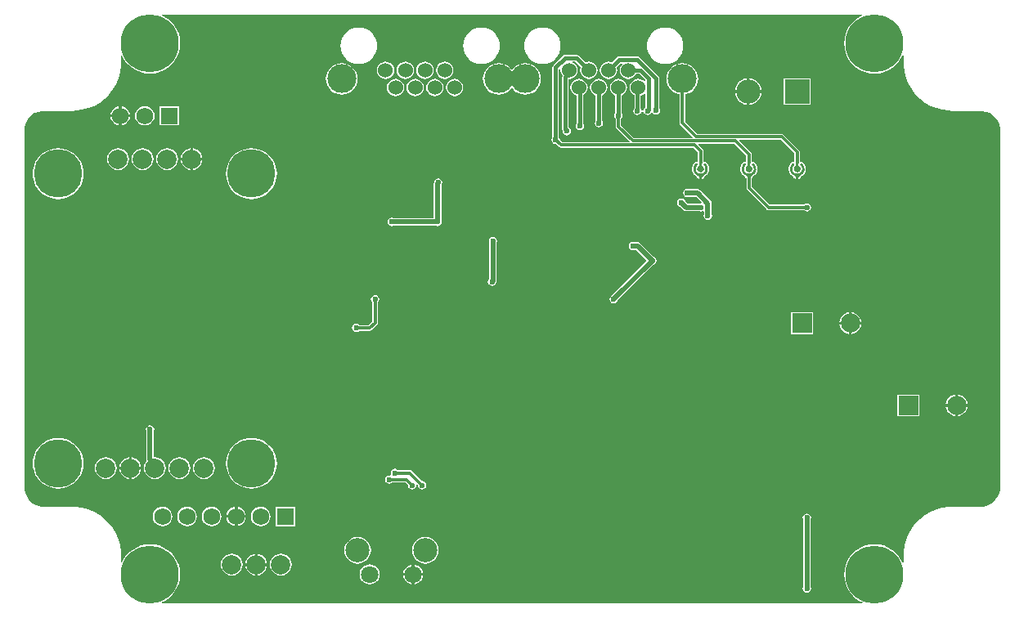
<source format=gbl>
G04*
G04 #@! TF.GenerationSoftware,Altium Limited,Altium Designer,20.0.11 (256)*
G04*
G04 Layer_Physical_Order=2*
G04 Layer_Color=16711680*
%FSLAX25Y25*%
%MOIN*%
G70*
G01*
G75*
%ADD91C,0.01181*%
%ADD92C,0.01968*%
%ADD94C,0.01575*%
%ADD95C,0.09843*%
%ADD96R,0.09843X0.09843*%
%ADD97C,0.07874*%
%ADD98C,0.19685*%
%ADD99C,0.06000*%
%ADD100C,0.11811*%
%ADD101C,0.06890*%
%ADD102R,0.06890X0.06890*%
%ADD103R,0.07874X0.07874*%
%ADD104C,0.07087*%
%ADD105C,0.23622*%
%ADD106C,0.02362*%
G04:AMPARAMS|DCode=107|XSize=11.81mil|YSize=19.68mil|CornerRadius=2.95mil|HoleSize=0mil|Usage=FLASHONLY|Rotation=270.000|XOffset=0mil|YOffset=0mil|HoleType=Round|Shape=RoundedRectangle|*
%AMROUNDEDRECTD107*
21,1,0.01181,0.01378,0,0,270.0*
21,1,0.00591,0.01968,0,0,270.0*
1,1,0.00591,-0.00689,-0.00295*
1,1,0.00591,-0.00689,0.00295*
1,1,0.00591,0.00689,0.00295*
1,1,0.00591,0.00689,-0.00295*
%
%ADD107ROUNDEDRECTD107*%
%ADD108C,0.00787*%
G36*
X341518Y239626D02*
X340850Y239350D01*
X339198Y238337D01*
X337725Y237079D01*
X336466Y235605D01*
X335454Y233953D01*
X334712Y232162D01*
X334260Y230278D01*
X334108Y228346D01*
X334260Y226415D01*
X334712Y224530D01*
X335454Y222740D01*
X336466Y221088D01*
X337725Y219614D01*
X339198Y218356D01*
X340850Y217343D01*
X342641Y216602D01*
X344525Y216149D01*
X346457Y215997D01*
X348389Y216149D01*
X350273Y216602D01*
X352063Y217343D01*
X353715Y218356D01*
X355189Y219614D01*
X356447Y221088D01*
X357460Y222740D01*
X357768Y223483D01*
X358268Y223384D01*
Y220472D01*
X358310Y219185D01*
X358646Y216632D01*
X359312Y214145D01*
X360298Y211766D01*
X361585Y209536D01*
X363153Y207493D01*
X364973Y205672D01*
X367016Y204105D01*
X369246Y202818D01*
X371625Y201832D01*
X374112Y201166D01*
X376665Y200830D01*
X377953Y200787D01*
X390539D01*
X392060Y200485D01*
X393494Y199891D01*
X394783Y199030D01*
X395880Y197933D01*
X396742Y196643D01*
X397335Y195210D01*
X397638Y193689D01*
Y192913D01*
X397638D01*
X397638Y47244D01*
Y46469D01*
X397335Y44947D01*
X396742Y43514D01*
X395880Y42225D01*
X394783Y41128D01*
X393494Y40266D01*
X392060Y39673D01*
X390539Y39370D01*
X377953D01*
X376665Y39328D01*
X374112Y38992D01*
X371625Y38325D01*
X369246Y37340D01*
X367016Y36053D01*
X364973Y34485D01*
X363153Y32664D01*
X361585Y30621D01*
X360298Y28392D01*
X359312Y26013D01*
X358646Y23525D01*
X358310Y20973D01*
X358268Y19685D01*
Y16773D01*
X357768Y16674D01*
X357460Y17417D01*
X356447Y19070D01*
X355189Y20543D01*
X353715Y21802D01*
X352063Y22814D01*
X350273Y23556D01*
X348389Y24008D01*
X346457Y24160D01*
X344525Y24008D01*
X342641Y23556D01*
X340850Y22814D01*
X339198Y21802D01*
X337725Y20543D01*
X336466Y19070D01*
X335454Y17417D01*
X334712Y15627D01*
X334260Y13743D01*
X334108Y11811D01*
X334260Y9879D01*
X334712Y7995D01*
X335454Y6205D01*
X336466Y4552D01*
X337725Y3079D01*
X339198Y1820D01*
X340850Y808D01*
X341594Y500D01*
X341494Y0D01*
X56144D01*
X56044Y500D01*
X56788Y808D01*
X58440Y1820D01*
X59913Y3079D01*
X61172Y4552D01*
X62184Y6205D01*
X62926Y7995D01*
X63378Y9879D01*
X63530Y11811D01*
X63378Y13743D01*
X62926Y15627D01*
X62184Y17417D01*
X61172Y19070D01*
X59913Y20543D01*
X58440Y21802D01*
X56788Y22814D01*
X54997Y23556D01*
X53113Y24008D01*
X51181Y24160D01*
X49249Y24008D01*
X47365Y23556D01*
X45575Y22814D01*
X43922Y21802D01*
X42449Y20543D01*
X41190Y19070D01*
X40178Y17417D01*
X39870Y16674D01*
X39370Y16773D01*
Y19685D01*
X39328Y20973D01*
X38992Y23525D01*
X38325Y26013D01*
X37340Y28392D01*
X36053Y30621D01*
X34485Y32664D01*
X32664Y34485D01*
X30621Y36053D01*
X28392Y37340D01*
X26013Y38325D01*
X23525Y38992D01*
X20973Y39328D01*
X19685Y39370D01*
X7098D01*
X5577Y39673D01*
X4144Y40266D01*
X2855Y41128D01*
X1758Y42225D01*
X896Y43514D01*
X303Y44947D01*
X0Y46469D01*
Y47244D01*
X-0D01*
X0Y192913D01*
X0Y193689D01*
X303Y195210D01*
X896Y196643D01*
X1758Y197933D01*
X2855Y199030D01*
X4144Y199891D01*
X5577Y200485D01*
X7098Y200787D01*
X19685D01*
X20973Y200830D01*
X23525Y201166D01*
X26013Y201832D01*
X28392Y202818D01*
X30621Y204105D01*
X32664Y205672D01*
X34485Y207493D01*
X36053Y209536D01*
X37340Y211766D01*
X38325Y214145D01*
X38992Y216632D01*
X39328Y219185D01*
X39370Y220472D01*
Y223384D01*
X39870Y223483D01*
X40178Y222740D01*
X41190Y221088D01*
X42449Y219614D01*
X43922Y218356D01*
X45575Y217343D01*
X47365Y216602D01*
X49249Y216149D01*
X51181Y215997D01*
X53113Y216149D01*
X54997Y216602D01*
X56788Y217343D01*
X58440Y218356D01*
X59913Y219614D01*
X61172Y221088D01*
X62184Y222740D01*
X62926Y224530D01*
X63378Y226415D01*
X63530Y228346D01*
X63378Y230278D01*
X62926Y232162D01*
X62184Y233953D01*
X61172Y235605D01*
X59913Y237079D01*
X58440Y238337D01*
X56788Y239350D01*
X56119Y239626D01*
X56219Y240126D01*
X341419D01*
X341518Y239626D01*
D02*
G37*
%LPC*%
G36*
X249820Y222931D02*
X242371D01*
X241868Y222831D01*
X241442Y222547D01*
X239449Y220553D01*
X238997Y220741D01*
X238083Y220861D01*
X237170Y220741D01*
X236318Y220388D01*
X235587Y219827D01*
X235026Y219096D01*
X234673Y218245D01*
X234553Y217331D01*
X234673Y216417D01*
X235026Y215566D01*
X235587Y214835D01*
X236318Y214274D01*
X237170Y213921D01*
X238083Y213801D01*
X238997Y213921D01*
X239848Y214274D01*
X240579Y214835D01*
X241140Y215566D01*
X241493Y216417D01*
X241613Y217331D01*
X241493Y218245D01*
X241306Y218697D01*
X242914Y220306D01*
X243464D01*
X243574Y219982D01*
X243602Y219806D01*
X243057Y219096D01*
X242705Y218245D01*
X242584Y217331D01*
X242705Y216417D01*
X243057Y215566D01*
X243618Y214835D01*
X244350Y214274D01*
X245201Y213921D01*
X246115Y213801D01*
X247028Y213921D01*
X247880Y214274D01*
X248611Y214835D01*
X249172Y215566D01*
X249359Y216018D01*
X250629D01*
X253105Y213543D01*
Y212973D01*
X252781Y212863D01*
X252605Y212836D01*
X251895Y213380D01*
X251044Y213733D01*
X250130Y213853D01*
X249217Y213733D01*
X248365Y213380D01*
X247634Y212819D01*
X247073Y212088D01*
X246721Y211237D01*
X246600Y210323D01*
X246721Y209409D01*
X247073Y208558D01*
X247634Y207827D01*
X248365Y207266D01*
X248564Y207183D01*
Y201849D01*
X248293Y201443D01*
X248163Y200787D01*
X248293Y200132D01*
X248665Y199575D01*
X249221Y199204D01*
X249877Y199073D01*
X250533Y199204D01*
X251089Y199575D01*
X251461Y200132D01*
X251591Y200787D01*
X251461Y201443D01*
X251190Y201849D01*
Y206974D01*
X251895Y207266D01*
X252605Y207810D01*
X252781Y207783D01*
X253105Y207673D01*
Y202253D01*
X252725Y201999D01*
X252354Y201443D01*
X252223Y200787D01*
X252354Y200132D01*
X252725Y199575D01*
X253281Y199204D01*
X253937Y199073D01*
X254593Y199204D01*
X255149Y199575D01*
X255419Y199980D01*
X255898Y200039D01*
X255998Y200014D01*
X256170Y199757D01*
X256726Y199385D01*
X257382Y199255D01*
X258038Y199385D01*
X258594Y199757D01*
X258965Y200313D01*
X259096Y200969D01*
X258965Y201624D01*
X258695Y202030D01*
Y214056D01*
X258595Y214559D01*
X258310Y214984D01*
X250748Y222547D01*
X250322Y222831D01*
X249820Y222931D01*
D02*
G37*
G36*
X261115Y234756D02*
X259666Y234614D01*
X258273Y234191D01*
X256989Y233505D01*
X255864Y232582D01*
X254941Y231456D01*
X254254Y230173D01*
X253832Y228780D01*
X253689Y227331D01*
X253832Y225882D01*
X254254Y224489D01*
X254941Y223206D01*
X255864Y222080D01*
X256989Y221157D01*
X258273Y220471D01*
X259666Y220048D01*
X261115Y219905D01*
X262563Y220048D01*
X263956Y220471D01*
X265240Y221157D01*
X266365Y222080D01*
X267289Y223206D01*
X267975Y224489D01*
X268397Y225882D01*
X268540Y227331D01*
X268397Y228780D01*
X267975Y230173D01*
X267289Y231456D01*
X266365Y232582D01*
X265240Y233505D01*
X263956Y234191D01*
X262563Y234614D01*
X261115Y234756D01*
D02*
G37*
G36*
X211115D02*
X209666Y234614D01*
X208273Y234191D01*
X206989Y233505D01*
X205864Y232582D01*
X204941Y231456D01*
X204254Y230173D01*
X203832Y228780D01*
X203689Y227331D01*
X203832Y225882D01*
X204254Y224489D01*
X204941Y223206D01*
X205864Y222080D01*
X206989Y221157D01*
X208273Y220471D01*
X209666Y220048D01*
X211115Y219905D01*
X212563Y220048D01*
X213956Y220471D01*
X215240Y221157D01*
X216365Y222080D01*
X217289Y223206D01*
X217975Y224489D01*
X218397Y225882D01*
X218540Y227331D01*
X218397Y228780D01*
X217975Y230173D01*
X217289Y231456D01*
X216365Y232582D01*
X215240Y233505D01*
X213956Y234191D01*
X212563Y234614D01*
X211115Y234756D01*
D02*
G37*
G36*
X186311D02*
X184863Y234614D01*
X183470Y234191D01*
X182186Y233505D01*
X181061Y232582D01*
X180137Y231456D01*
X179451Y230173D01*
X179029Y228780D01*
X178886Y227331D01*
X179029Y225882D01*
X179451Y224489D01*
X180137Y223206D01*
X181061Y222080D01*
X182186Y221157D01*
X183470Y220471D01*
X184863Y220048D01*
X186311Y219905D01*
X187760Y220048D01*
X189153Y220471D01*
X190437Y221157D01*
X191562Y222080D01*
X192486Y223206D01*
X193172Y224489D01*
X193594Y225882D01*
X193737Y227331D01*
X193594Y228780D01*
X193172Y230173D01*
X192486Y231456D01*
X191562Y232582D01*
X190437Y233505D01*
X189153Y234191D01*
X187760Y234614D01*
X186311Y234756D01*
D02*
G37*
G36*
X136311D02*
X134863Y234614D01*
X133470Y234191D01*
X132186Y233505D01*
X131061Y232582D01*
X130137Y231456D01*
X129451Y230173D01*
X129029Y228780D01*
X128886Y227331D01*
X129029Y225882D01*
X129451Y224489D01*
X130137Y223206D01*
X131061Y222080D01*
X132186Y221157D01*
X133470Y220471D01*
X134863Y220048D01*
X136311Y219905D01*
X137760Y220048D01*
X139153Y220471D01*
X140437Y221157D01*
X141562Y222080D01*
X142486Y223206D01*
X143172Y224489D01*
X143594Y225882D01*
X143737Y227331D01*
X143594Y228780D01*
X143172Y230173D01*
X142486Y231456D01*
X141562Y232582D01*
X140437Y233505D01*
X139153Y234191D01*
X137760Y234614D01*
X136311Y234756D01*
D02*
G37*
G36*
X204107Y220264D02*
X202851Y220140D01*
X201644Y219774D01*
X200531Y219179D01*
X199556Y218378D01*
X199037Y217746D01*
X198390D01*
X197871Y218378D01*
X196895Y219179D01*
X195782Y219774D01*
X194575Y220140D01*
X193319Y220264D01*
X192064Y220140D01*
X190856Y219774D01*
X189743Y219179D01*
X188768Y218378D01*
X187968Y217403D01*
X187373Y216290D01*
X187006Y215083D01*
X186883Y213827D01*
X187006Y212571D01*
X187373Y211364D01*
X187968Y210251D01*
X188768Y209276D01*
X189743Y208475D01*
X190856Y207880D01*
X192064Y207514D01*
X193319Y207391D01*
X194575Y207514D01*
X195782Y207880D01*
X196895Y208475D01*
X197871Y209276D01*
X198390Y209908D01*
X199037D01*
X199556Y209276D01*
X200531Y208475D01*
X201644Y207880D01*
X202851Y207514D01*
X204107Y207391D01*
X205363Y207514D01*
X206570Y207880D01*
X207683Y208475D01*
X208658Y209276D01*
X209458Y210251D01*
X210053Y211364D01*
X210420Y212571D01*
X210543Y213827D01*
X210420Y215083D01*
X210053Y216290D01*
X209458Y217403D01*
X208658Y218378D01*
X207683Y219179D01*
X206570Y219774D01*
X205363Y220140D01*
X204107Y220264D01*
D02*
G37*
G36*
X224942Y223754D02*
X220472D01*
X219970Y223654D01*
X219544Y223369D01*
X215607Y219432D01*
X215323Y219006D01*
X215223Y218504D01*
Y190038D01*
X214952Y189632D01*
X214821Y188976D01*
X214952Y188321D01*
X215323Y187764D01*
X215880Y187393D01*
X216535Y187262D01*
X216653Y187286D01*
X217858Y186082D01*
X217858Y186082D01*
X218218Y185841D01*
X218644Y185756D01*
X218644Y185756D01*
X272646D01*
X274479Y183923D01*
Y180285D01*
X274401Y180182D01*
X274056Y179920D01*
X273983Y179911D01*
X273915Y179939D01*
X273786D01*
X273718Y179911D01*
X273646Y179920D01*
X273521Y179887D01*
X273463Y179842D01*
X273390Y179833D01*
X273278Y179768D01*
X273233Y179710D01*
X273166Y179682D01*
X273120Y179636D01*
X273008Y179524D01*
X272996Y179496D01*
X272969Y179481D01*
X272771Y179234D01*
X272762Y179205D01*
X272737Y179188D01*
X272566Y178921D01*
X272560Y178891D01*
X272537Y178871D01*
X272395Y178588D01*
X272393Y178557D01*
X272372Y178535D01*
X272262Y178238D01*
X272263Y178207D01*
X272244Y178183D01*
X272166Y177876D01*
X272170Y177846D01*
X272155Y177819D01*
X272110Y177506D01*
X272117Y177476D01*
X272105Y177448D01*
X272093Y177132D01*
X272104Y177103D01*
X272094Y177074D01*
X272117Y176758D01*
X272130Y176731D01*
X272124Y176701D01*
X272180Y176389D01*
X272197Y176363D01*
X272194Y176333D01*
X272283Y176029D01*
X272302Y176005D01*
Y175975D01*
X272423Y175682D01*
X272445Y175660D01*
X272448Y175630D01*
X272600Y175352D01*
X272624Y175333D01*
X272630Y175303D01*
X272811Y175043D01*
X272837Y175026D01*
X272846Y174997D01*
X273054Y174758D01*
X273081Y174744D01*
X273094Y174716D01*
X273326Y174500D01*
X273354Y174490D01*
X273370Y174463D01*
X273623Y174273D01*
X273653Y174266D01*
X273672Y174241D01*
X273944Y174080D01*
X273974Y174075D01*
X273995Y174053D01*
X274091Y174009D01*
Y173917D01*
X274152Y173607D01*
X274328Y173344D01*
X274591Y173168D01*
X274902Y173107D01*
X275000D01*
Y174213D01*
X275591D01*
X275432D01*
X275117Y174246D01*
X274808Y174314D01*
X274508Y174414D01*
X274220Y174545D01*
X273948Y174707D01*
X273694Y174896D01*
X273463Y175112D01*
X273255Y175351D01*
X273075Y175611D01*
X272923Y175889D01*
X272802Y176182D01*
X272713Y176485D01*
X272657Y176797D01*
X272634Y177113D01*
X272645Y177429D01*
X272690Y177742D01*
X272769Y178049D01*
X272879Y178346D01*
X273021Y178629D01*
X273192Y178895D01*
X273391Y179141D01*
X273503Y179253D01*
X273548Y179299D01*
X273661Y179364D01*
X273786Y179397D01*
X273915D01*
X274041Y179364D01*
X274153Y179299D01*
X274244Y179207D01*
X274309Y179095D01*
X274343Y178970D01*
Y178840D01*
X274309Y178715D01*
X274244Y178603D01*
X274199Y178557D01*
X274111Y178463D01*
X273954Y178259D01*
X273825Y178036D01*
X273727Y177798D01*
X273660Y177549D01*
X273626Y177294D01*
Y177037D01*
X273660Y176781D01*
X273727Y176533D01*
X273825Y176295D01*
X273954Y176072D01*
X274111Y175867D01*
X274293Y175685D01*
X274497Y175529D01*
X274720Y175400D01*
X274958Y175301D01*
X275206Y175235D01*
X275462Y175201D01*
X275719D01*
X275975Y175235D01*
X276223Y175301D01*
X276461Y175400D01*
X276684Y175529D01*
X276888Y175685D01*
X277070Y175867D01*
X277227Y176072D01*
X277356Y176295D01*
X277455Y176533D01*
X277521Y176781D01*
X277555Y177037D01*
Y177294D01*
X277521Y177549D01*
X277455Y177798D01*
X277356Y178036D01*
X277227Y178259D01*
X277070Y178463D01*
X276982Y178557D01*
X276937Y178603D01*
X276872Y178715D01*
X276838Y178840D01*
Y178970D01*
X276872Y179095D01*
X276937Y179207D01*
X277028Y179299D01*
X277140Y179364D01*
X277266Y179397D01*
X277395D01*
X277520Y179364D01*
X277633Y179299D01*
X277678Y179253D01*
X277790Y179141D01*
X277989Y178895D01*
X278160Y178629D01*
X278302Y178346D01*
X278412Y178049D01*
X278491Y177742D01*
X278536Y177429D01*
X278547Y177113D01*
X278524Y176797D01*
X278468Y176485D01*
X278379Y176182D01*
X278258Y175889D01*
X278106Y175611D01*
X277926Y175351D01*
X277718Y175112D01*
X277487Y174896D01*
X277233Y174707D01*
X276961Y174545D01*
X276673Y174414D01*
X276373Y174314D01*
X276063Y174246D01*
X275749Y174213D01*
X276181D01*
Y173107D01*
X276279D01*
X276590Y173168D01*
X276853Y173344D01*
X277029Y173607D01*
X277090Y173917D01*
Y174009D01*
X277186Y174053D01*
X277207Y174075D01*
X277237Y174080D01*
X277509Y174241D01*
X277528Y174266D01*
X277558Y174273D01*
X277811Y174463D01*
X277827Y174490D01*
X277855Y174500D01*
X278087Y174716D01*
X278100Y174744D01*
X278128Y174758D01*
X278335Y174997D01*
X278344Y175026D01*
X278370Y175043D01*
X278551Y175303D01*
X278557Y175333D01*
X278581Y175352D01*
X278733Y175630D01*
X278736Y175660D01*
X278758Y175682D01*
X278879Y175975D01*
Y176005D01*
X278898Y176029D01*
X278988Y176333D01*
X278984Y176363D01*
X279001Y176389D01*
X279057Y176701D01*
X279051Y176731D01*
X279064Y176758D01*
X279087Y177074D01*
X279077Y177103D01*
X279088Y177132D01*
X279077Y177448D01*
X279064Y177476D01*
X279071Y177506D01*
X279026Y177819D01*
X279011Y177846D01*
X279015Y177876D01*
X278937Y178183D01*
X278918Y178207D01*
X278920Y178238D01*
X278809Y178535D01*
X278788Y178557D01*
X278786Y178588D01*
X278644Y178871D01*
X278621Y178891D01*
X278615Y178921D01*
X278444Y179188D01*
X278419Y179205D01*
X278410Y179234D01*
X278212Y179481D01*
X278185Y179496D01*
X278173Y179524D01*
X278061Y179636D01*
X278061Y179636D01*
X278015Y179682D01*
X277948Y179710D01*
X277903Y179768D01*
X277791Y179833D01*
X277718Y179842D01*
X277660Y179887D01*
X277535Y179920D01*
X277463Y179911D01*
X277395Y179939D01*
X277266D01*
X277198Y179911D01*
X277126Y179920D01*
X276780Y180182D01*
X276702Y180285D01*
Y184384D01*
X276618Y184810D01*
X276377Y185170D01*
X276377Y185170D01*
X274572Y186975D01*
X274763Y187437D01*
X289337D01*
X294164Y182610D01*
Y180285D01*
X294087Y180182D01*
X293741Y179920D01*
X293668Y179911D01*
X293601Y179939D01*
X293471D01*
X293403Y179911D01*
X293331Y179920D01*
X293206Y179887D01*
X293148Y179842D01*
X293075Y179833D01*
X292963Y179768D01*
X292918Y179710D01*
X292851Y179682D01*
X292805Y179636D01*
X292693Y179524D01*
X292681Y179496D01*
X292654Y179481D01*
X292456Y179234D01*
X292447Y179205D01*
X292422Y179188D01*
X292251Y178921D01*
X292245Y178891D01*
X292222Y178871D01*
X292080Y178588D01*
X292078Y178557D01*
X292057Y178535D01*
X291947Y178238D01*
X291948Y178207D01*
X291929Y178183D01*
X291851Y177876D01*
X291855Y177846D01*
X291840Y177819D01*
X291795Y177506D01*
X291802Y177476D01*
X291790Y177448D01*
X291778Y177132D01*
X291789Y177103D01*
X291779Y177074D01*
X291802Y176758D01*
X291816Y176731D01*
X291809Y176701D01*
X291865Y176389D01*
X291882Y176363D01*
X291879Y176333D01*
X291968Y176029D01*
X291987Y176005D01*
Y175975D01*
X292108Y175682D01*
X292130Y175660D01*
X292133Y175630D01*
X292285Y175352D01*
X292309Y175333D01*
X292315Y175303D01*
X292496Y175043D01*
X292522Y175026D01*
X292531Y174997D01*
X292739Y174758D01*
X292766Y174744D01*
X292779Y174716D01*
X293011Y174500D01*
X293039Y174490D01*
X293055Y174463D01*
X293308Y174273D01*
X293338Y174266D01*
X293357Y174241D01*
X293629Y174080D01*
X293659Y174075D01*
X293680Y174053D01*
X293776Y174009D01*
Y173917D01*
X293837Y173607D01*
X294013Y173344D01*
X294241Y173191D01*
Y169291D01*
X294241Y169291D01*
X294326Y168866D01*
X294567Y168505D01*
X302441Y160631D01*
X302441Y160631D01*
X302802Y160390D01*
X303227Y160305D01*
X303227Y160305D01*
X317619D01*
X317686Y160205D01*
X318242Y159834D01*
X318898Y159703D01*
X319554Y159834D01*
X320110Y160205D01*
X320481Y160761D01*
X320612Y161417D01*
X320481Y162073D01*
X320110Y162629D01*
X319554Y163001D01*
X318898Y163131D01*
X318242Y163001D01*
X317686Y162629D01*
X317619Y162529D01*
X303688D01*
X296465Y169752D01*
Y173295D01*
X296538Y173344D01*
X296714Y173607D01*
X296775Y173917D01*
Y174009D01*
X296871Y174053D01*
X296892Y174075D01*
X296922Y174080D01*
X297195Y174241D01*
X297213Y174266D01*
X297243Y174273D01*
X297496Y174463D01*
X297512Y174490D01*
X297541Y174500D01*
X297772Y174716D01*
X297785Y174744D01*
X297813Y174758D01*
X298020Y174997D01*
X298029Y175026D01*
X298055Y175043D01*
X298236Y175303D01*
X298242Y175333D01*
X298266Y175352D01*
X298418Y175630D01*
X298421Y175660D01*
X298443Y175682D01*
X298564Y175975D01*
Y176005D01*
X298583Y176029D01*
X298673Y176333D01*
X298669Y176363D01*
X298686Y176389D01*
X298742Y176701D01*
X298736Y176731D01*
X298749Y176758D01*
X298772Y177074D01*
X298762Y177103D01*
X298773Y177132D01*
X298762Y177448D01*
X298749Y177476D01*
X298757Y177506D01*
X298711Y177819D01*
X298696Y177846D01*
X298700Y177876D01*
X298622Y178183D01*
X298604Y178207D01*
X298605Y178238D01*
X298494Y178535D01*
X298473Y178557D01*
X298471Y178588D01*
X298329Y178871D01*
X298306Y178891D01*
X298301Y178921D01*
X298129Y179188D01*
X298104Y179205D01*
X298095Y179234D01*
X297897Y179481D01*
X297870Y179496D01*
X297858Y179524D01*
X297746Y179636D01*
X297746Y179636D01*
X297700Y179682D01*
X297633Y179710D01*
X297588Y179768D01*
X297476Y179833D01*
X297404Y179842D01*
X297346Y179887D01*
X297220Y179920D01*
X297148Y179911D01*
X297080Y179939D01*
X296951D01*
X296883Y179911D01*
X296811Y179920D01*
X296465Y180182D01*
X296388Y180285D01*
Y183071D01*
X296388Y183071D01*
X296303Y183496D01*
X296062Y183857D01*
X291263Y188656D01*
X291454Y189118D01*
X308260D01*
X313849Y183530D01*
Y180285D01*
X313772Y180182D01*
X313426Y179920D01*
X313353Y179911D01*
X313285Y179939D01*
X313156D01*
X313088Y179911D01*
X313016Y179920D01*
X312891Y179887D01*
X312833Y179842D01*
X312760Y179833D01*
X312648Y179768D01*
X312603Y179710D01*
X312536Y179682D01*
X312490Y179636D01*
X312378Y179524D01*
X312366Y179496D01*
X312339Y179481D01*
X312141Y179234D01*
X312132Y179205D01*
X312107Y179188D01*
X311936Y178921D01*
X311930Y178891D01*
X311907Y178871D01*
X311765Y178588D01*
X311763Y178557D01*
X311742Y178535D01*
X311632Y178238D01*
X311633Y178207D01*
X311614Y178183D01*
X311536Y177876D01*
X311540Y177846D01*
X311525Y177819D01*
X311480Y177506D01*
X311487Y177476D01*
X311474Y177448D01*
X311463Y177132D01*
X311474Y177103D01*
X311464Y177074D01*
X311487Y176758D01*
X311501Y176731D01*
X311494Y176701D01*
X311550Y176389D01*
X311567Y176363D01*
X311564Y176333D01*
X311653Y176029D01*
X311672Y176005D01*
Y175975D01*
X311793Y175682D01*
X311815Y175660D01*
X311818Y175630D01*
X311970Y175352D01*
X311994Y175333D01*
X312000Y175303D01*
X312181Y175043D01*
X312207Y175026D01*
X312216Y174997D01*
X312424Y174758D01*
X312451Y174744D01*
X312464Y174716D01*
X312696Y174500D01*
X312724Y174490D01*
X312740Y174463D01*
X312994Y174273D01*
X313023Y174266D01*
X313042Y174241D01*
X313314Y174080D01*
X313344Y174075D01*
X313365Y174053D01*
X313461Y174009D01*
Y173917D01*
X313523Y173607D01*
X313698Y173344D01*
X313961Y173168D01*
X314272Y173107D01*
X314370D01*
Y174213D01*
X314961D01*
X314802D01*
X314488Y174246D01*
X314178Y174314D01*
X313878Y174414D01*
X313590Y174545D01*
X313318Y174707D01*
X313064Y174896D01*
X312833Y175112D01*
X312625Y175351D01*
X312445Y175611D01*
X312293Y175889D01*
X312172Y176182D01*
X312083Y176485D01*
X312027Y176797D01*
X312004Y177113D01*
X312015Y177429D01*
X312060Y177742D01*
X312139Y178049D01*
X312249Y178346D01*
X312391Y178629D01*
X312562Y178895D01*
X312761Y179141D01*
X312873Y179253D01*
X312918Y179299D01*
X313031Y179364D01*
X313156Y179397D01*
X313285D01*
X313411Y179364D01*
X313523Y179299D01*
X313615Y179207D01*
X313679Y179095D01*
X313713Y178970D01*
Y178840D01*
X313679Y178715D01*
X313615Y178603D01*
X313569Y178557D01*
X313481Y178463D01*
X313324Y178259D01*
X313195Y178036D01*
X313097Y177798D01*
X313030Y177549D01*
X312996Y177294D01*
Y177037D01*
X313030Y176781D01*
X313097Y176533D01*
X313195Y176295D01*
X313324Y176072D01*
X313481Y175867D01*
X313663Y175685D01*
X313867Y175529D01*
X314090Y175400D01*
X314328Y175301D01*
X314577Y175235D01*
X314832Y175201D01*
X315089D01*
X315345Y175235D01*
X315593Y175301D01*
X315831Y175400D01*
X316054Y175529D01*
X316259Y175685D01*
X316441Y175867D01*
X316597Y176072D01*
X316726Y176295D01*
X316825Y176533D01*
X316891Y176781D01*
X316925Y177037D01*
Y177294D01*
X316891Y177549D01*
X316825Y177798D01*
X316726Y178036D01*
X316597Y178259D01*
X316441Y178463D01*
X316353Y178557D01*
X316307Y178603D01*
X316242Y178715D01*
X316208Y178840D01*
Y178970D01*
X316242Y179095D01*
X316307Y179207D01*
X316398Y179299D01*
X316511Y179364D01*
X316636Y179397D01*
X316765D01*
X316891Y179364D01*
X317003Y179299D01*
X317049Y179253D01*
X317161Y179141D01*
X317359Y178895D01*
X317530Y178629D01*
X317672Y178346D01*
X317782Y178049D01*
X317861Y177742D01*
X317906Y177429D01*
X317917Y177113D01*
X317895Y176797D01*
X317838Y176485D01*
X317749Y176182D01*
X317628Y175889D01*
X317476Y175611D01*
X317296Y175351D01*
X317089Y175112D01*
X316857Y174896D01*
X316603Y174707D01*
X316331Y174545D01*
X316043Y174414D01*
X315743Y174314D01*
X315434Y174246D01*
X315119Y174213D01*
X315551D01*
Y173107D01*
X315650D01*
X315960Y173168D01*
X316223Y173344D01*
X316399Y173607D01*
X316460Y173917D01*
Y174009D01*
X316556Y174053D01*
X316577Y174075D01*
X316607Y174080D01*
X316880Y174241D01*
X316898Y174266D01*
X316928Y174273D01*
X317181Y174463D01*
X317197Y174490D01*
X317226Y174500D01*
X317457Y174716D01*
X317470Y174744D01*
X317498Y174758D01*
X317705Y174997D01*
X317715Y175026D01*
X317740Y175043D01*
X317921Y175303D01*
X317927Y175333D01*
X317951Y175352D01*
X318103Y175630D01*
X318106Y175660D01*
X318128Y175682D01*
X318249Y175975D01*
Y176005D01*
X318268Y176029D01*
X318358Y176333D01*
X318354Y176363D01*
X318371Y176389D01*
X318427Y176701D01*
X318421Y176731D01*
X318434Y176758D01*
X318457Y177074D01*
X318447Y177103D01*
X318458Y177132D01*
X318447Y177448D01*
X318434Y177476D01*
X318442Y177506D01*
X318396Y177819D01*
X318381Y177846D01*
X318385Y177876D01*
X318307Y178183D01*
X318288Y178207D01*
X318290Y178238D01*
X318179Y178535D01*
X318158Y178557D01*
X318156Y178588D01*
X318014Y178871D01*
X317991Y178891D01*
X317986Y178921D01*
X317814Y179188D01*
X317789Y179205D01*
X317780Y179234D01*
X317582Y179481D01*
X317555Y179496D01*
X317543Y179524D01*
X317431Y179636D01*
X317431Y179636D01*
X317386Y179682D01*
X317318Y179710D01*
X317273Y179768D01*
X317161Y179833D01*
X317089Y179842D01*
X317031Y179887D01*
X316905Y179920D01*
X316833Y179911D01*
X316765Y179939D01*
X316636D01*
X316568Y179911D01*
X316496Y179920D01*
X316150Y180182D01*
X316073Y180285D01*
Y183990D01*
X315988Y184416D01*
X315747Y184776D01*
X315747Y184776D01*
X309507Y191016D01*
X309146Y191258D01*
X308721Y191342D01*
X308721Y191342D01*
X274207D01*
X269234Y196314D01*
Y207500D01*
X269378Y207514D01*
X270586Y207880D01*
X271698Y208475D01*
X272674Y209276D01*
X273474Y210251D01*
X274069Y211364D01*
X274435Y212571D01*
X274559Y213827D01*
X274435Y215083D01*
X274069Y216290D01*
X273474Y217403D01*
X272674Y218378D01*
X271698Y219179D01*
X270586Y219774D01*
X269378Y220140D01*
X268123Y220264D01*
X266867Y220140D01*
X265659Y219774D01*
X264547Y219179D01*
X263571Y218378D01*
X262771Y217403D01*
X262176Y216290D01*
X261810Y215083D01*
X261686Y213827D01*
X261810Y212571D01*
X262176Y211364D01*
X262771Y210251D01*
X263571Y209276D01*
X264547Y208475D01*
X265659Y207880D01*
X266867Y207514D01*
X267011Y207500D01*
Y195854D01*
X267011Y195854D01*
X267095Y195428D01*
X267336Y195068D01*
X272281Y190123D01*
X272090Y189661D01*
X248492D01*
X243211Y194942D01*
Y197540D01*
X243311Y197607D01*
X243683Y198163D01*
X243813Y198819D01*
X243683Y199475D01*
X243411Y199880D01*
Y207079D01*
X243864Y207266D01*
X244595Y207827D01*
X245156Y208558D01*
X245509Y209409D01*
X245629Y210323D01*
X245509Y211237D01*
X245156Y212088D01*
X244595Y212819D01*
X243864Y213380D01*
X243013Y213733D01*
X242099Y213853D01*
X241185Y213733D01*
X240334Y213380D01*
X239603Y212819D01*
X239042Y212088D01*
X238689Y211237D01*
X238569Y210323D01*
X238689Y209409D01*
X239042Y208558D01*
X239603Y207827D01*
X240334Y207266D01*
X240786Y207079D01*
Y199880D01*
X240515Y199475D01*
X240385Y198819D01*
X240515Y198163D01*
X240887Y197607D01*
X240987Y197540D01*
Y194482D01*
X240987Y194482D01*
X241072Y194056D01*
X241313Y193695D01*
X246566Y188442D01*
X246375Y187980D01*
X219104D01*
X218226Y188858D01*
X218250Y188976D01*
X218119Y189632D01*
X217848Y190038D01*
Y217803D01*
X218070Y217969D01*
X218538Y217696D01*
X218490Y217331D01*
X218610Y216417D01*
X218963Y215566D01*
X219292Y215137D01*
X219260Y215088D01*
X219160Y214586D01*
Y193296D01*
X219260Y192794D01*
X219350Y192659D01*
X219322Y192520D01*
X219452Y191864D01*
X219824Y191308D01*
X220380Y190936D01*
X221036Y190806D01*
X221692Y190936D01*
X222248Y191308D01*
X222620Y191864D01*
X222750Y192520D01*
X222620Y193176D01*
X222248Y193732D01*
X221785Y194041D01*
Y213595D01*
X222020Y213801D01*
X222934Y213921D01*
X223785Y214274D01*
X224516Y214835D01*
X225077Y215566D01*
X225430Y216417D01*
X225550Y217331D01*
X225430Y218245D01*
X225077Y219096D01*
X224516Y219827D01*
X223785Y220388D01*
X223206Y220628D01*
X223305Y221128D01*
X224398D01*
X226829Y218697D01*
X226642Y218245D01*
X226521Y217331D01*
X226642Y216417D01*
X226994Y215566D01*
X227555Y214835D01*
X228287Y214274D01*
X229138Y213921D01*
X230052Y213801D01*
X230965Y213921D01*
X231817Y214274D01*
X232548Y214835D01*
X233109Y215566D01*
X233462Y216417D01*
X233582Y217331D01*
X233462Y218245D01*
X233109Y219096D01*
X232548Y219827D01*
X231817Y220388D01*
X230965Y220741D01*
X230052Y220861D01*
X229138Y220741D01*
X228685Y220553D01*
X225870Y223369D01*
X225444Y223654D01*
X224942Y223754D01*
D02*
G37*
G36*
X171311Y220861D02*
X170398Y220741D01*
X169546Y220388D01*
X168815Y219827D01*
X168254Y219096D01*
X167902Y218245D01*
X167781Y217331D01*
X167902Y216417D01*
X168254Y215566D01*
X168815Y214835D01*
X169546Y214274D01*
X170398Y213921D01*
X171311Y213801D01*
X172225Y213921D01*
X173077Y214274D01*
X173808Y214835D01*
X174369Y215566D01*
X174721Y216417D01*
X174842Y217331D01*
X174721Y218245D01*
X174369Y219096D01*
X173808Y219827D01*
X173077Y220388D01*
X172225Y220741D01*
X171311Y220861D01*
D02*
G37*
G36*
X163280D02*
X162366Y220741D01*
X161515Y220388D01*
X160784Y219827D01*
X160223Y219096D01*
X159870Y218245D01*
X159750Y217331D01*
X159870Y216417D01*
X160223Y215566D01*
X160784Y214835D01*
X161515Y214274D01*
X162366Y213921D01*
X163280Y213801D01*
X164194Y213921D01*
X165045Y214274D01*
X165776Y214835D01*
X166337Y215566D01*
X166690Y216417D01*
X166810Y217331D01*
X166690Y218245D01*
X166337Y219096D01*
X165776Y219827D01*
X165045Y220388D01*
X164194Y220741D01*
X163280Y220861D01*
D02*
G37*
G36*
X155248D02*
X154335Y220741D01*
X153483Y220388D01*
X152752Y219827D01*
X152191Y219096D01*
X151839Y218245D01*
X151718Y217331D01*
X151839Y216417D01*
X152191Y215566D01*
X152752Y214835D01*
X153483Y214274D01*
X154335Y213921D01*
X155248Y213801D01*
X156162Y213921D01*
X157014Y214274D01*
X157745Y214835D01*
X158306Y215566D01*
X158658Y216417D01*
X158779Y217331D01*
X158658Y218245D01*
X158306Y219096D01*
X157745Y219827D01*
X157014Y220388D01*
X156162Y220741D01*
X155248Y220861D01*
D02*
G37*
G36*
X147217D02*
X146303Y220741D01*
X145452Y220388D01*
X144721Y219827D01*
X144160Y219096D01*
X143807Y218245D01*
X143687Y217331D01*
X143807Y216417D01*
X144160Y215566D01*
X144721Y214835D01*
X145452Y214274D01*
X146303Y213921D01*
X147217Y213801D01*
X148131Y213921D01*
X148982Y214274D01*
X149713Y214835D01*
X150274Y215566D01*
X150627Y216417D01*
X150747Y217331D01*
X150627Y218245D01*
X150274Y219096D01*
X149713Y219827D01*
X148982Y220388D01*
X148131Y220741D01*
X147217Y220861D01*
D02*
G37*
G36*
X295551Y214052D02*
Y209252D01*
X300351D01*
X300242Y210077D01*
X299696Y211395D01*
X298827Y212528D01*
X297695Y213397D01*
X296376Y213943D01*
X295551Y214052D01*
D02*
G37*
G36*
X294370Y214052D02*
X293545Y213943D01*
X292227Y213397D01*
X291094Y212528D01*
X290225Y211395D01*
X289679Y210077D01*
X289570Y209252D01*
X294370D01*
Y214052D01*
D02*
G37*
G36*
X129304Y220264D02*
X128048Y220140D01*
X126840Y219774D01*
X125728Y219179D01*
X124752Y218378D01*
X123952Y217403D01*
X123357Y216290D01*
X122991Y215083D01*
X122867Y213827D01*
X122991Y212571D01*
X123357Y211364D01*
X123952Y210251D01*
X124752Y209276D01*
X125728Y208475D01*
X126840Y207880D01*
X128048Y207514D01*
X129304Y207391D01*
X130559Y207514D01*
X131767Y207880D01*
X132879Y208475D01*
X133855Y209276D01*
X134655Y210251D01*
X135250Y211364D01*
X135616Y212571D01*
X135740Y213827D01*
X135616Y215083D01*
X135250Y216290D01*
X134655Y217403D01*
X133855Y218378D01*
X132879Y219179D01*
X131767Y219774D01*
X130559Y220140D01*
X129304Y220264D01*
D02*
G37*
G36*
X175327Y213853D02*
X174414Y213733D01*
X173562Y213380D01*
X172831Y212819D01*
X172270Y212088D01*
X171917Y211237D01*
X171797Y210323D01*
X171917Y209409D01*
X172270Y208558D01*
X172831Y207827D01*
X173562Y207266D01*
X174414Y206913D01*
X175327Y206793D01*
X176241Y206913D01*
X177092Y207266D01*
X177823Y207827D01*
X178384Y208558D01*
X178737Y209409D01*
X178857Y210323D01*
X178737Y211237D01*
X178384Y212088D01*
X177823Y212819D01*
X177092Y213380D01*
X176241Y213733D01*
X175327Y213853D01*
D02*
G37*
G36*
X167296D02*
X166382Y213733D01*
X165531Y213380D01*
X164799Y212819D01*
X164239Y212088D01*
X163886Y211237D01*
X163766Y210323D01*
X163886Y209409D01*
X164239Y208558D01*
X164799Y207827D01*
X165531Y207266D01*
X166382Y206913D01*
X167296Y206793D01*
X168209Y206913D01*
X169061Y207266D01*
X169792Y207827D01*
X170353Y208558D01*
X170706Y209409D01*
X170826Y210323D01*
X170706Y211237D01*
X170353Y212088D01*
X169792Y212819D01*
X169061Y213380D01*
X168209Y213733D01*
X167296Y213853D01*
D02*
G37*
G36*
X159264D02*
X158351Y213733D01*
X157499Y213380D01*
X156768Y212819D01*
X156207Y212088D01*
X155854Y211237D01*
X155734Y210323D01*
X155854Y209409D01*
X156207Y208558D01*
X156768Y207827D01*
X157499Y207266D01*
X158351Y206913D01*
X159264Y206793D01*
X160178Y206913D01*
X161029Y207266D01*
X161760Y207827D01*
X162321Y208558D01*
X162674Y209409D01*
X162794Y210323D01*
X162674Y211237D01*
X162321Y212088D01*
X161760Y212819D01*
X161029Y213380D01*
X160178Y213733D01*
X159264Y213853D01*
D02*
G37*
G36*
X151233D02*
X150319Y213733D01*
X149468Y213380D01*
X148737Y212819D01*
X148176Y212088D01*
X147823Y211237D01*
X147703Y210323D01*
X147823Y209409D01*
X148176Y208558D01*
X148737Y207827D01*
X149468Y207266D01*
X150319Y206913D01*
X151233Y206793D01*
X152146Y206913D01*
X152998Y207266D01*
X153729Y207827D01*
X154290Y208558D01*
X154643Y209409D01*
X154763Y210323D01*
X154643Y211237D01*
X154290Y212088D01*
X153729Y212819D01*
X152998Y213380D01*
X152146Y213733D01*
X151233Y213853D01*
D02*
G37*
G36*
X300351Y208071D02*
X295551D01*
Y203271D01*
X296376Y203380D01*
X297695Y203926D01*
X298827Y204795D01*
X299696Y205927D01*
X300242Y207246D01*
X300351Y208071D01*
D02*
G37*
G36*
X294370D02*
X289570D01*
X289679Y207246D01*
X290225Y205927D01*
X291094Y204795D01*
X292227Y203926D01*
X293545Y203380D01*
X294370Y203271D01*
Y208071D01*
D02*
G37*
G36*
X320382Y214083D02*
X309539D01*
Y203240D01*
X320382D01*
Y214083D01*
D02*
G37*
G36*
X39646Y202720D02*
Y199409D01*
X42956D01*
X42898Y199849D01*
X42501Y200808D01*
X41869Y201632D01*
X41045Y202265D01*
X40085Y202662D01*
X39646Y202720D01*
D02*
G37*
G36*
X38465D02*
X38025Y202662D01*
X37066Y202265D01*
X36242Y201632D01*
X35609Y200808D01*
X35212Y199849D01*
X35154Y199409D01*
X38465D01*
Y202720D01*
D02*
G37*
G36*
X42956Y198228D02*
X39646D01*
Y194918D01*
X40085Y194976D01*
X41045Y195373D01*
X41869Y196005D01*
X42501Y196829D01*
X42898Y197789D01*
X42956Y198228D01*
D02*
G37*
G36*
X38465D02*
X35154D01*
X35212Y197789D01*
X35609Y196829D01*
X36242Y196005D01*
X37066Y195373D01*
X38025Y194976D01*
X38465Y194918D01*
Y198228D01*
D02*
G37*
G36*
X63000Y202764D02*
X55110D01*
Y194874D01*
X63000D01*
Y202764D01*
D02*
G37*
G36*
X49055Y202798D02*
X48025Y202662D01*
X47066Y202265D01*
X46242Y201632D01*
X45609Y200808D01*
X45212Y199849D01*
X45076Y198819D01*
X45212Y197789D01*
X45609Y196829D01*
X46242Y196005D01*
X47066Y195373D01*
X48025Y194976D01*
X49055Y194840D01*
X50085Y194976D01*
X51045Y195373D01*
X51869Y196005D01*
X52501Y196829D01*
X52899Y197789D01*
X53034Y198819D01*
X52899Y199849D01*
X52501Y200808D01*
X51869Y201632D01*
X51045Y202265D01*
X50085Y202662D01*
X49055Y202798D01*
D02*
G37*
G36*
X234067Y213853D02*
X233154Y213733D01*
X232302Y213380D01*
X231571Y212819D01*
X231010Y212088D01*
X230658Y211237D01*
X230537Y210323D01*
X230658Y209409D01*
X231010Y208558D01*
X231571Y207827D01*
X232302Y207266D01*
X232755Y207079D01*
Y196700D01*
X232570Y196424D01*
X232439Y195768D01*
X232570Y195112D01*
X232942Y194556D01*
X233498Y194184D01*
X234154Y194054D01*
X234809Y194184D01*
X235366Y194556D01*
X235737Y195112D01*
X235868Y195768D01*
X235737Y196424D01*
X235380Y196958D01*
Y207079D01*
X235833Y207266D01*
X236564Y207827D01*
X237125Y208558D01*
X237477Y209409D01*
X237598Y210323D01*
X237477Y211237D01*
X237125Y212088D01*
X236564Y212819D01*
X235833Y213380D01*
X234981Y213733D01*
X234067Y213853D01*
D02*
G37*
G36*
X226036D02*
X225122Y213733D01*
X224271Y213380D01*
X223540Y212819D01*
X222979Y212088D01*
X222626Y211237D01*
X222506Y210323D01*
X222626Y209409D01*
X222979Y208558D01*
X223540Y207827D01*
X224271Y207266D01*
X225065Y206937D01*
Y195648D01*
X224794Y195243D01*
X224664Y194587D01*
X224794Y193931D01*
X225166Y193375D01*
X225722Y193003D01*
X226378Y192873D01*
X227034Y193003D01*
X227590Y193375D01*
X227961Y193931D01*
X228092Y194587D01*
X227961Y195243D01*
X227691Y195648D01*
Y207220D01*
X227801Y207266D01*
X228532Y207827D01*
X229093Y208558D01*
X229446Y209409D01*
X229566Y210323D01*
X229446Y211237D01*
X229093Y212088D01*
X228532Y212819D01*
X227801Y213380D01*
X226950Y213733D01*
X226036Y213853D01*
D02*
G37*
G36*
X68740Y185500D02*
Y181693D01*
X72547D01*
X72472Y182261D01*
X72025Y183340D01*
X71314Y184267D01*
X70387Y184978D01*
X69308Y185425D01*
X68740Y185500D01*
D02*
G37*
G36*
X67559D02*
X66991Y185425D01*
X65912Y184978D01*
X64985Y184267D01*
X64274Y183340D01*
X63827Y182261D01*
X63752Y181693D01*
X67559D01*
Y185500D01*
D02*
G37*
G36*
X72547Y180512D02*
X68740D01*
Y176705D01*
X69308Y176779D01*
X70387Y177227D01*
X71314Y177938D01*
X72025Y178865D01*
X72472Y179944D01*
X72547Y180512D01*
D02*
G37*
G36*
X67559D02*
X63752D01*
X63827Y179944D01*
X64274Y178865D01*
X64985Y177938D01*
X65912Y177227D01*
X66991Y176779D01*
X67559Y176705D01*
Y180512D01*
D02*
G37*
G36*
X58150Y185578D02*
X56991Y185425D01*
X55912Y184978D01*
X54985Y184267D01*
X54274Y183340D01*
X53827Y182261D01*
X53674Y181102D01*
X53827Y179944D01*
X54274Y178865D01*
X54985Y177938D01*
X55912Y177227D01*
X56991Y176779D01*
X58150Y176627D01*
X59308Y176779D01*
X60387Y177227D01*
X61314Y177938D01*
X62025Y178865D01*
X62472Y179944D01*
X62625Y181102D01*
X62472Y182261D01*
X62025Y183340D01*
X61314Y184267D01*
X60387Y184978D01*
X59308Y185425D01*
X58150Y185578D01*
D02*
G37*
G36*
X48150D02*
X46991Y185425D01*
X45912Y184978D01*
X44985Y184267D01*
X44274Y183340D01*
X43827Y182261D01*
X43674Y181102D01*
X43827Y179944D01*
X44274Y178865D01*
X44985Y177938D01*
X45912Y177227D01*
X46991Y176779D01*
X48150Y176627D01*
X49308Y176779D01*
X50387Y177227D01*
X51314Y177938D01*
X52025Y178865D01*
X52472Y179944D01*
X52625Y181102D01*
X52472Y182261D01*
X52025Y183340D01*
X51314Y184267D01*
X50387Y184978D01*
X49308Y185425D01*
X48150Y185578D01*
D02*
G37*
G36*
X38150D02*
X36991Y185425D01*
X35912Y184978D01*
X34985Y184267D01*
X34274Y183340D01*
X33827Y182261D01*
X33674Y181102D01*
X33827Y179944D01*
X34274Y178865D01*
X34985Y177938D01*
X35912Y177227D01*
X36991Y176779D01*
X38150Y176627D01*
X39308Y176779D01*
X40387Y177227D01*
X41314Y177938D01*
X42025Y178865D01*
X42472Y179944D01*
X42625Y181102D01*
X42472Y182261D01*
X42025Y183340D01*
X41314Y184267D01*
X40387Y184978D01*
X39308Y185425D01*
X38150Y185578D01*
D02*
G37*
G36*
X92520Y185571D02*
X90897Y185444D01*
X89314Y185064D01*
X87810Y184441D01*
X86422Y183590D01*
X85184Y182533D01*
X84127Y181295D01*
X83276Y179907D01*
X82653Y178403D01*
X82273Y176820D01*
X82145Y175197D01*
X82273Y173574D01*
X82653Y171991D01*
X83276Y170487D01*
X84127Y169099D01*
X85184Y167861D01*
X86422Y166804D01*
X87810Y165953D01*
X89314Y165330D01*
X90897Y164950D01*
X92520Y164822D01*
X94143Y164950D01*
X95726Y165330D01*
X97230Y165953D01*
X98618Y166804D01*
X99856Y167861D01*
X100913Y169099D01*
X101763Y170487D01*
X102386Y171991D01*
X102767Y173574D01*
X102894Y175197D01*
X102767Y176820D01*
X102386Y178403D01*
X101763Y179907D01*
X100913Y181295D01*
X99856Y182533D01*
X98618Y183590D01*
X97230Y184441D01*
X95726Y185064D01*
X94143Y185444D01*
X92520Y185571D01*
D02*
G37*
G36*
X13780D02*
X12157Y185444D01*
X10574Y185064D01*
X9070Y184441D01*
X7682Y183590D01*
X6444Y182533D01*
X5386Y181295D01*
X4536Y179907D01*
X3913Y178403D01*
X3533Y176820D01*
X3405Y175197D01*
X3533Y173574D01*
X3913Y171991D01*
X4536Y170487D01*
X5386Y169099D01*
X6444Y167861D01*
X7682Y166804D01*
X9070Y165953D01*
X10574Y165330D01*
X12157Y164950D01*
X13780Y164822D01*
X15403Y164950D01*
X16985Y165330D01*
X18489Y165953D01*
X19877Y166804D01*
X21115Y167861D01*
X22173Y169099D01*
X23023Y170487D01*
X23646Y171991D01*
X24026Y173574D01*
X24154Y175197D01*
X24026Y176820D01*
X23646Y178403D01*
X23023Y179907D01*
X22173Y181295D01*
X21115Y182533D01*
X19877Y183590D01*
X18489Y184441D01*
X16985Y185064D01*
X15403Y185444D01*
X13780Y185571D01*
D02*
G37*
G36*
X270177Y169037D02*
X269521Y168906D01*
X268965Y168535D01*
X268594Y167979D01*
X268463Y167323D01*
X268594Y166667D01*
X268965Y166111D01*
X269521Y165739D01*
X270177Y165609D01*
X270833Y165739D01*
X270938Y165810D01*
X273684D01*
X275918Y163576D01*
X275671Y163115D01*
X275590Y163131D01*
X274935Y163001D01*
X274830Y162931D01*
X270312D01*
X269325Y163918D01*
X269300Y164042D01*
X268929Y164598D01*
X268373Y164969D01*
X267717Y165100D01*
X267061Y164969D01*
X266505Y164598D01*
X266133Y164042D01*
X266002Y163386D01*
X266133Y162730D01*
X266505Y162174D01*
X267061Y161802D01*
X267185Y161778D01*
X268615Y160347D01*
X268615Y160347D01*
X269106Y160019D01*
X269685Y159904D01*
X274830D01*
X274935Y159834D01*
X275590Y159703D01*
X276247Y159834D01*
X276530Y160023D01*
X277030Y159756D01*
Y158832D01*
X276960Y158727D01*
X276829Y158071D01*
X276960Y157415D01*
X277331Y156859D01*
X277887Y156487D01*
X278543Y156357D01*
X279199Y156487D01*
X279755Y156859D01*
X280127Y157415D01*
X280257Y158071D01*
X280127Y158727D01*
X280057Y158832D01*
Y163091D01*
X280057Y163091D01*
X279941Y163670D01*
X279613Y164161D01*
X279613Y164161D01*
X275381Y168393D01*
X274890Y168721D01*
X274311Y168836D01*
X274311Y168836D01*
X270938D01*
X270833Y168906D01*
X270177Y169037D01*
D02*
G37*
G36*
X168619Y173269D02*
X167963Y173139D01*
X167407Y172767D01*
X167035Y172211D01*
X166905Y171555D01*
X166913Y171512D01*
X166877Y171326D01*
X166877Y171326D01*
Y157025D01*
X150367D01*
X150262Y157095D01*
X149606Y157226D01*
X148950Y157095D01*
X148394Y156724D01*
X148023Y156168D01*
X147892Y155512D01*
X148023Y154856D01*
X148394Y154300D01*
X148950Y153928D01*
X149606Y153798D01*
X150262Y153928D01*
X150367Y153998D01*
X167629D01*
X167734Y153928D01*
X168390Y153798D01*
X169046Y153928D01*
X169602Y154300D01*
X169974Y154856D01*
X170104Y155512D01*
X169974Y156168D01*
X169903Y156273D01*
Y170451D01*
X170202Y170899D01*
X170333Y171555D01*
X170202Y172211D01*
X169831Y172767D01*
X169275Y173139D01*
X168619Y173269D01*
D02*
G37*
G36*
X190945Y149352D02*
X190289Y149221D01*
X189733Y148849D01*
X189361Y148293D01*
X189231Y147637D01*
X189361Y146982D01*
X189431Y146877D01*
Y132363D01*
X189359Y132314D01*
X188987Y131758D01*
X188857Y131102D01*
X188987Y130446D01*
X189359Y129890D01*
X189915Y129519D01*
X190571Y129388D01*
X191227Y129519D01*
X191783Y129890D01*
X192154Y130446D01*
X192202Y130687D01*
X192343Y130897D01*
X192458Y131476D01*
Y146877D01*
X192528Y146982D01*
X192658Y147637D01*
X192528Y148293D01*
X192157Y148849D01*
X191600Y149221D01*
X190945Y149352D01*
D02*
G37*
G36*
X248031Y147383D02*
X247376Y147253D01*
X246819Y146881D01*
X246448Y146325D01*
X246318Y145669D01*
X246448Y145013D01*
X246819Y144457D01*
X247376Y144086D01*
X248031Y143955D01*
X248687Y144086D01*
X248793Y144156D01*
X249373D01*
X253765Y139764D01*
X239503Y125501D01*
X239502Y125501D01*
X238946Y125129D01*
X238574Y124573D01*
X238443Y123917D01*
X238574Y123261D01*
X238946Y122705D01*
X239502Y122334D01*
X240158Y122203D01*
X240813Y122334D01*
X241370Y122705D01*
X241741Y123261D01*
X241790Y123508D01*
X256437Y138156D01*
X256561Y138180D01*
X257118Y138552D01*
X257489Y139108D01*
X257620Y139764D01*
X257489Y140420D01*
X257118Y140976D01*
X256561Y141347D01*
X256437Y141372D01*
X251070Y146739D01*
X250579Y147067D01*
X250000Y147183D01*
X250000Y147183D01*
X248793D01*
X248687Y147253D01*
X248031Y147383D01*
D02*
G37*
G36*
X337205Y118571D02*
Y114764D01*
X341012D01*
X340937Y115331D01*
X340490Y116411D01*
X339779Y117338D01*
X338852Y118049D01*
X337772Y118496D01*
X337205Y118571D01*
D02*
G37*
G36*
X336024Y118571D02*
X335456Y118496D01*
X334377Y118049D01*
X333450Y117338D01*
X332738Y116411D01*
X332291Y115331D01*
X332217Y114764D01*
X336024D01*
Y118571D01*
D02*
G37*
G36*
X142913Y125631D02*
X142257Y125501D01*
X141701Y125129D01*
X141330Y124573D01*
X141199Y123917D01*
X141330Y123261D01*
X141701Y122705D01*
X141802Y122638D01*
Y114831D01*
X140287Y113317D01*
X136581D01*
X136448Y113515D01*
X135892Y113887D01*
X135236Y114017D01*
X134580Y113887D01*
X134024Y113515D01*
X133653Y112959D01*
X133522Y112303D01*
X133653Y111647D01*
X134024Y111091D01*
X134580Y110720D01*
X135236Y110589D01*
X135892Y110720D01*
X136448Y111091D01*
X136449Y111093D01*
X140748D01*
X140748Y111093D01*
X141174Y111177D01*
X141534Y111418D01*
X143700Y113584D01*
X143700Y113584D01*
X143941Y113945D01*
X144025Y114370D01*
X144025Y114370D01*
Y122638D01*
X144125Y122705D01*
X144497Y123261D01*
X144627Y123917D01*
X144497Y124573D01*
X144125Y125129D01*
X143569Y125501D01*
X142913Y125631D01*
D02*
G37*
G36*
X336024Y113583D02*
X332217D01*
X332291Y113015D01*
X332738Y111936D01*
X333450Y111009D01*
X334377Y110298D01*
X335456Y109850D01*
X336024Y109776D01*
Y113583D01*
D02*
G37*
G36*
X341012D02*
X337205D01*
Y109776D01*
X337772Y109850D01*
X338852Y110298D01*
X339779Y111009D01*
X340490Y111936D01*
X340937Y113015D01*
X341012Y113583D01*
D02*
G37*
G36*
X321366Y118610D02*
X312492D01*
Y109736D01*
X321366D01*
Y118610D01*
D02*
G37*
G36*
X380512Y85106D02*
Y81299D01*
X384319D01*
X384244Y81867D01*
X383797Y82946D01*
X383086Y83873D01*
X382159Y84584D01*
X381080Y85031D01*
X380512Y85106D01*
D02*
G37*
G36*
X379331Y85106D02*
X378763Y85031D01*
X377684Y84584D01*
X376757Y83873D01*
X376045Y82946D01*
X375599Y81867D01*
X375524Y81299D01*
X379331D01*
Y85106D01*
D02*
G37*
G36*
X384319Y80118D02*
X380512D01*
Y76311D01*
X381080Y76386D01*
X382159Y76833D01*
X383086Y77544D01*
X383797Y78471D01*
X384244Y79550D01*
X384319Y80118D01*
D02*
G37*
G36*
X379331D02*
X375524D01*
X375599Y79550D01*
X376045Y78471D01*
X376757Y77544D01*
X377684Y76833D01*
X378763Y76386D01*
X379331Y76311D01*
Y80118D01*
D02*
G37*
G36*
X364673Y85146D02*
X355799D01*
Y76272D01*
X364673D01*
Y85146D01*
D02*
G37*
G36*
X43740Y59516D02*
Y55709D01*
X47547D01*
X47472Y56276D01*
X47025Y57356D01*
X46314Y58283D01*
X45387Y58994D01*
X44308Y59441D01*
X43740Y59516D01*
D02*
G37*
G36*
X42559D02*
X41991Y59441D01*
X40912Y58994D01*
X39985Y58283D01*
X39274Y57356D01*
X38827Y56276D01*
X38752Y55709D01*
X42559D01*
Y59516D01*
D02*
G37*
G36*
X150954Y54864D02*
X150298Y54733D01*
X149742Y54362D01*
X149370Y53806D01*
X149240Y53150D01*
X149370Y52494D01*
X149056Y52064D01*
X148721Y52131D01*
X148064Y52001D01*
X147509Y51629D01*
X147137Y51073D01*
X147006Y50417D01*
X147137Y49761D01*
X147509Y49205D01*
X148064Y48834D01*
X148721Y48703D01*
X149376Y48834D01*
X149933Y49205D01*
X149999Y49305D01*
X155255D01*
X156297Y48263D01*
X156274Y48145D01*
X156404Y47490D01*
X156776Y46933D01*
X157332Y46562D01*
X157988Y46431D01*
X158644Y46562D01*
X159200Y46933D01*
X159571Y47490D01*
X159698Y48128D01*
X159778Y48184D01*
X160165Y48380D01*
X160404Y48163D01*
X160400Y48145D01*
X160531Y47490D01*
X160902Y46933D01*
X161458Y46562D01*
X162114Y46431D01*
X162770Y46562D01*
X163326Y46933D01*
X163698Y47490D01*
X163828Y48145D01*
X163698Y48801D01*
X163326Y49357D01*
X162770Y49729D01*
X162114Y49859D01*
X161996Y49836D01*
X157896Y53936D01*
X157536Y54177D01*
X157110Y54261D01*
X157110Y54261D01*
X152233D01*
X152166Y54362D01*
X151610Y54733D01*
X150954Y54864D01*
D02*
G37*
G36*
X47547Y54527D02*
X43740D01*
Y50721D01*
X44308Y50795D01*
X45387Y51242D01*
X46314Y51954D01*
X47025Y52881D01*
X47472Y53960D01*
X47547Y54527D01*
D02*
G37*
G36*
X42559D02*
X38752D01*
X38827Y53960D01*
X39274Y52881D01*
X39985Y51954D01*
X40912Y51242D01*
X41991Y50795D01*
X42559Y50721D01*
Y54527D01*
D02*
G37*
G36*
X73150Y59593D02*
X71991Y59441D01*
X70912Y58994D01*
X69985Y58283D01*
X69274Y57356D01*
X68827Y56276D01*
X68674Y55118D01*
X68827Y53960D01*
X69274Y52881D01*
X69985Y51954D01*
X70912Y51242D01*
X71991Y50795D01*
X73150Y50643D01*
X74308Y50795D01*
X75387Y51242D01*
X76314Y51954D01*
X77025Y52881D01*
X77472Y53960D01*
X77625Y55118D01*
X77472Y56276D01*
X77025Y57356D01*
X76314Y58283D01*
X75387Y58994D01*
X74308Y59441D01*
X73150Y59593D01*
D02*
G37*
G36*
X63150D02*
X61991Y59441D01*
X60912Y58994D01*
X59985Y58283D01*
X59274Y57356D01*
X58827Y56276D01*
X58674Y55118D01*
X58827Y53960D01*
X59274Y52881D01*
X59985Y51954D01*
X60912Y51242D01*
X61991Y50795D01*
X63150Y50643D01*
X64308Y50795D01*
X65387Y51242D01*
X66314Y51954D01*
X67025Y52881D01*
X67472Y53960D01*
X67625Y55118D01*
X67472Y56276D01*
X67025Y57356D01*
X66314Y58283D01*
X65387Y58994D01*
X64308Y59441D01*
X63150Y59593D01*
D02*
G37*
G36*
X51181Y72580D02*
X50525Y72450D01*
X49969Y72078D01*
X49597Y71522D01*
X49467Y70866D01*
X49597Y70210D01*
X49668Y70105D01*
Y58685D01*
X49668Y58685D01*
X49783Y58105D01*
X49814Y58059D01*
X49274Y57356D01*
X48827Y56276D01*
X48674Y55118D01*
X48827Y53960D01*
X49274Y52881D01*
X49985Y51954D01*
X50912Y51242D01*
X51991Y50795D01*
X53150Y50643D01*
X54308Y50795D01*
X55387Y51242D01*
X56314Y51954D01*
X57025Y52881D01*
X57472Y53960D01*
X57625Y55118D01*
X57472Y56276D01*
X57025Y57356D01*
X56314Y58283D01*
X55387Y58994D01*
X54308Y59441D01*
X53150Y59593D01*
X53070Y59583D01*
X52694Y59913D01*
Y70105D01*
X52765Y70210D01*
X52895Y70866D01*
X52765Y71522D01*
X52393Y72078D01*
X51837Y72450D01*
X51181Y72580D01*
D02*
G37*
G36*
X33150Y59593D02*
X31991Y59441D01*
X30912Y58994D01*
X29985Y58283D01*
X29274Y57356D01*
X28827Y56276D01*
X28674Y55118D01*
X28827Y53960D01*
X29274Y52881D01*
X29985Y51954D01*
X30912Y51242D01*
X31991Y50795D01*
X33150Y50643D01*
X34308Y50795D01*
X35387Y51242D01*
X36314Y51954D01*
X37025Y52881D01*
X37472Y53960D01*
X37625Y55118D01*
X37472Y56276D01*
X37025Y57356D01*
X36314Y58283D01*
X35387Y58994D01*
X34308Y59441D01*
X33150Y59593D01*
D02*
G37*
G36*
X92520Y67461D02*
X90897Y67333D01*
X89314Y66953D01*
X87810Y66330D01*
X86422Y65480D01*
X85184Y64423D01*
X84127Y63185D01*
X83276Y61796D01*
X82653Y60293D01*
X82273Y58710D01*
X82145Y57087D01*
X82273Y55464D01*
X82653Y53881D01*
X83276Y52377D01*
X84127Y50989D01*
X85184Y49751D01*
X86422Y48693D01*
X87810Y47843D01*
X89314Y47220D01*
X90897Y46840D01*
X92520Y46712D01*
X94143Y46840D01*
X95726Y47220D01*
X97230Y47843D01*
X98618Y48693D01*
X99856Y49751D01*
X100913Y50989D01*
X101763Y52377D01*
X102386Y53881D01*
X102767Y55464D01*
X102894Y57087D01*
X102767Y58710D01*
X102386Y60293D01*
X101763Y61796D01*
X100913Y63185D01*
X99856Y64423D01*
X98618Y65480D01*
X97230Y66330D01*
X95726Y66953D01*
X94143Y67333D01*
X92520Y67461D01*
D02*
G37*
G36*
X13780D02*
X12157Y67333D01*
X10574Y66953D01*
X9070Y66330D01*
X7682Y65480D01*
X6444Y64423D01*
X5386Y63185D01*
X4536Y61796D01*
X3913Y60293D01*
X3533Y58710D01*
X3405Y57087D01*
X3533Y55464D01*
X3913Y53881D01*
X4536Y52377D01*
X5386Y50989D01*
X6444Y49751D01*
X7682Y48693D01*
X9070Y47843D01*
X10574Y47220D01*
X12157Y46840D01*
X13780Y46712D01*
X15403Y46840D01*
X16985Y47220D01*
X18489Y47843D01*
X19877Y48693D01*
X21115Y49751D01*
X22173Y50989D01*
X23023Y52377D01*
X23646Y53881D01*
X24026Y55464D01*
X24154Y57087D01*
X24026Y58710D01*
X23646Y60293D01*
X23023Y61796D01*
X22173Y63185D01*
X21115Y64423D01*
X19877Y65480D01*
X18489Y66330D01*
X16985Y66953D01*
X15403Y67333D01*
X13780Y67461D01*
D02*
G37*
G36*
X86890Y39334D02*
Y36024D01*
X90200D01*
X90143Y36463D01*
X89745Y37422D01*
X89113Y38247D01*
X88289Y38879D01*
X87329Y39276D01*
X86890Y39334D01*
D02*
G37*
G36*
X85709D02*
X85269Y39276D01*
X84310Y38879D01*
X83486Y38247D01*
X82853Y37422D01*
X82456Y36463D01*
X82398Y36024D01*
X85709D01*
Y39334D01*
D02*
G37*
G36*
X90200Y34843D02*
X86890D01*
Y31532D01*
X87329Y31590D01*
X88289Y31987D01*
X89113Y32620D01*
X89745Y33444D01*
X90143Y34403D01*
X90200Y34843D01*
D02*
G37*
G36*
X85709D02*
X82398D01*
X82456Y34403D01*
X82853Y33444D01*
X83486Y32620D01*
X84310Y31987D01*
X85269Y31590D01*
X85709Y31532D01*
Y34843D01*
D02*
G37*
G36*
X110244Y39378D02*
X102354D01*
Y31488D01*
X110244D01*
Y39378D01*
D02*
G37*
G36*
X96299Y39412D02*
X95269Y39276D01*
X94310Y38879D01*
X93486Y38247D01*
X92853Y37422D01*
X92456Y36463D01*
X92320Y35433D01*
X92456Y34403D01*
X92853Y33444D01*
X93486Y32620D01*
X94310Y31987D01*
X95269Y31590D01*
X96299Y31454D01*
X97329Y31590D01*
X98289Y31987D01*
X99113Y32620D01*
X99745Y33444D01*
X100143Y34403D01*
X100278Y35433D01*
X100143Y36463D01*
X99745Y37422D01*
X99113Y38247D01*
X98289Y38879D01*
X97329Y39276D01*
X96299Y39412D01*
D02*
G37*
G36*
X76299D02*
X75269Y39276D01*
X74310Y38879D01*
X73486Y38247D01*
X72853Y37422D01*
X72456Y36463D01*
X72320Y35433D01*
X72456Y34403D01*
X72853Y33444D01*
X73486Y32620D01*
X74310Y31987D01*
X75269Y31590D01*
X76299Y31454D01*
X77329Y31590D01*
X78289Y31987D01*
X79113Y32620D01*
X79745Y33444D01*
X80143Y34403D01*
X80278Y35433D01*
X80143Y36463D01*
X79745Y37422D01*
X79113Y38247D01*
X78289Y38879D01*
X77329Y39276D01*
X76299Y39412D01*
D02*
G37*
G36*
X66299D02*
X65269Y39276D01*
X64310Y38879D01*
X63486Y38247D01*
X62853Y37422D01*
X62456Y36463D01*
X62320Y35433D01*
X62456Y34403D01*
X62853Y33444D01*
X63486Y32620D01*
X64310Y31987D01*
X65269Y31590D01*
X66299Y31454D01*
X67329Y31590D01*
X68289Y31987D01*
X69113Y32620D01*
X69745Y33444D01*
X70143Y34403D01*
X70278Y35433D01*
X70143Y36463D01*
X69745Y37422D01*
X69113Y38247D01*
X68289Y38879D01*
X67329Y39276D01*
X66299Y39412D01*
D02*
G37*
G36*
X56299D02*
X55269Y39276D01*
X54310Y38879D01*
X53486Y38247D01*
X52853Y37422D01*
X52456Y36463D01*
X52320Y35433D01*
X52456Y34403D01*
X52853Y33444D01*
X53486Y32620D01*
X54310Y31987D01*
X55269Y31590D01*
X56299Y31454D01*
X57329Y31590D01*
X58289Y31987D01*
X59113Y32620D01*
X59745Y33444D01*
X60143Y34403D01*
X60278Y35433D01*
X60143Y36463D01*
X59745Y37422D01*
X59113Y38247D01*
X58289Y38879D01*
X57329Y39276D01*
X56299Y39412D01*
D02*
G37*
G36*
X95079Y20146D02*
Y16339D01*
X98886D01*
X98811Y16906D01*
X98364Y17986D01*
X97653Y18913D01*
X96726Y19624D01*
X95647Y20071D01*
X95079Y20146D01*
D02*
G37*
G36*
X93898Y20146D02*
X93330Y20071D01*
X92251Y19624D01*
X91324Y18913D01*
X90613Y17986D01*
X90165Y16906D01*
X90091Y16339D01*
X93898D01*
Y20146D01*
D02*
G37*
G36*
X163406Y27082D02*
X161990Y26896D01*
X160671Y26350D01*
X159539Y25481D01*
X158670Y24348D01*
X158124Y23029D01*
X157938Y21614D01*
X158124Y20199D01*
X158670Y18880D01*
X159539Y17748D01*
X160671Y16879D01*
X161990Y16332D01*
X163406Y16146D01*
X164821Y16332D01*
X166139Y16879D01*
X167272Y17748D01*
X168141Y18880D01*
X168687Y20199D01*
X168874Y21614D01*
X168687Y23029D01*
X168141Y24348D01*
X167272Y25481D01*
X166139Y26350D01*
X164821Y26896D01*
X163406Y27082D01*
D02*
G37*
G36*
X135807D02*
X134392Y26896D01*
X133073Y26350D01*
X131941Y25481D01*
X131072Y24348D01*
X130525Y23029D01*
X130339Y21614D01*
X130525Y20199D01*
X131072Y18880D01*
X131941Y17748D01*
X133073Y16879D01*
X134392Y16332D01*
X135807Y16146D01*
X137222Y16332D01*
X138541Y16879D01*
X139674Y17748D01*
X140543Y18880D01*
X141089Y20199D01*
X141275Y21614D01*
X141089Y23029D01*
X140543Y24348D01*
X139674Y25481D01*
X138541Y26350D01*
X137222Y26896D01*
X135807Y27082D01*
D02*
G37*
G36*
X159055Y15811D02*
Y12402D01*
X162465D01*
X162404Y12867D01*
X161996Y13850D01*
X161348Y14695D01*
X160504Y15343D01*
X159520Y15750D01*
X159055Y15811D01*
D02*
G37*
G36*
X157874D02*
X157409Y15750D01*
X156425Y15343D01*
X155581Y14695D01*
X154933Y13850D01*
X154525Y12867D01*
X154464Y12402D01*
X157874D01*
Y15811D01*
D02*
G37*
G36*
X93898Y15157D02*
X90091D01*
X90165Y14590D01*
X90613Y13510D01*
X91324Y12584D01*
X92251Y11872D01*
X93330Y11425D01*
X93898Y11350D01*
Y15157D01*
D02*
G37*
G36*
X98886D02*
X95079D01*
Y11350D01*
X95647Y11425D01*
X96726Y11872D01*
X97653Y12584D01*
X98364Y13510D01*
X98811Y14590D01*
X98886Y15157D01*
D02*
G37*
G36*
X104488Y20223D02*
X103330Y20071D01*
X102251Y19624D01*
X101324Y18913D01*
X100612Y17986D01*
X100165Y16906D01*
X100013Y15748D01*
X100165Y14590D01*
X100612Y13510D01*
X101324Y12584D01*
X102251Y11872D01*
X103330Y11425D01*
X104488Y11273D01*
X105647Y11425D01*
X106726Y11872D01*
X107653Y12584D01*
X108364Y13510D01*
X108811Y14590D01*
X108964Y15748D01*
X108811Y16906D01*
X108364Y17986D01*
X107653Y18913D01*
X106726Y19624D01*
X105647Y20071D01*
X104488Y20223D01*
D02*
G37*
G36*
X84488D02*
X83330Y20071D01*
X82250Y19624D01*
X81324Y18913D01*
X80612Y17986D01*
X80165Y16906D01*
X80013Y15748D01*
X80165Y14590D01*
X80612Y13510D01*
X81324Y12584D01*
X82250Y11872D01*
X83330Y11425D01*
X84488Y11273D01*
X85646Y11425D01*
X86726Y11872D01*
X87653Y12584D01*
X88364Y13510D01*
X88811Y14590D01*
X88964Y15748D01*
X88811Y16906D01*
X88364Y17986D01*
X87653Y18913D01*
X86726Y19624D01*
X85646Y20071D01*
X84488Y20223D01*
D02*
G37*
G36*
X162465Y11220D02*
X159055D01*
Y7811D01*
X159520Y7872D01*
X160504Y8279D01*
X161348Y8927D01*
X161996Y9772D01*
X162404Y10756D01*
X162465Y11220D01*
D02*
G37*
G36*
X157874D02*
X154464D01*
X154525Y10756D01*
X154933Y9772D01*
X155581Y8927D01*
X156425Y8279D01*
X157409Y7872D01*
X157874Y7811D01*
Y11220D01*
D02*
G37*
G36*
X140748Y15889D02*
X139692Y15750D01*
X138709Y15343D01*
X137864Y14695D01*
X137216Y13850D01*
X136809Y12867D01*
X136670Y11811D01*
X136809Y10756D01*
X137216Y9772D01*
X137864Y8927D01*
X138709Y8279D01*
X139692Y7872D01*
X140748Y7733D01*
X141804Y7872D01*
X142787Y8279D01*
X143632Y8927D01*
X144280Y9772D01*
X144687Y10756D01*
X144826Y11811D01*
X144687Y12867D01*
X144280Y13850D01*
X143632Y14695D01*
X142787Y15343D01*
X141804Y15750D01*
X140748Y15889D01*
D02*
G37*
G36*
X318898Y36616D02*
X318242Y36485D01*
X317686Y36114D01*
X317314Y35557D01*
X317184Y34902D01*
X317314Y34246D01*
X317384Y34141D01*
Y6667D01*
X317314Y6561D01*
X317184Y5906D01*
X317314Y5250D01*
X317686Y4693D01*
X318242Y4322D01*
X318898Y4191D01*
X319554Y4322D01*
X320110Y4693D01*
X320481Y5250D01*
X320612Y5906D01*
X320481Y6561D01*
X320411Y6667D01*
Y34141D01*
X320481Y34246D01*
X320612Y34902D01*
X320481Y35557D01*
X320110Y36114D01*
X319554Y36485D01*
X318898Y36616D01*
D02*
G37*
%LPD*%
G36*
X315189Y180078D02*
X315323Y180000D01*
X315433Y179890D01*
X315511Y179755D01*
X315551Y179605D01*
Y179527D01*
Y178410D01*
X315551D01*
X315656Y178360D01*
X315847Y178227D01*
X316013Y178063D01*
X316148Y177873D01*
X316250Y177664D01*
X316316Y177440D01*
X316343Y177209D01*
X316331Y176976D01*
X316279Y176749D01*
X316191Y176533D01*
X316067Y176336D01*
X315912Y176162D01*
X315730Y176016D01*
X315527Y175904D01*
X315307Y175827D01*
X315077Y175787D01*
X314844Y175787D01*
X314614Y175827D01*
X314394Y175904D01*
X314191Y176017D01*
X314009Y176162D01*
X313854Y176336D01*
X313730Y176534D01*
X313642Y176749D01*
X313591Y176977D01*
X313579Y177209D01*
X313605Y177441D01*
X313671Y177664D01*
X313773Y177874D01*
X313909Y178063D01*
X314074Y178227D01*
X314265Y178361D01*
X314370Y178410D01*
X314370Y179527D01*
Y179605D01*
X314410Y179755D01*
X314488Y179890D01*
X314598Y180000D01*
X314733Y180078D01*
X314883Y180118D01*
X315038D01*
X315189Y180078D01*
D02*
G37*
G36*
X295503D02*
X295638Y180000D01*
X295748Y179890D01*
X295826Y179755D01*
X295866Y179605D01*
Y179527D01*
Y178410D01*
X295866D01*
X295971Y178360D01*
X296162Y178227D01*
X296328Y178063D01*
X296463Y177873D01*
X296565Y177664D01*
X296631Y177440D01*
X296658Y177209D01*
X296645Y176976D01*
X296594Y176749D01*
X296506Y176533D01*
X296382Y176336D01*
X296227Y176162D01*
X296045Y176016D01*
X295842Y175904D01*
X295622Y175827D01*
X295392Y175787D01*
X295159Y175787D01*
X294929Y175827D01*
X294709Y175904D01*
X294506Y176017D01*
X294324Y176162D01*
X294169Y176336D01*
X294045Y176534D01*
X293957Y176749D01*
X293906Y176977D01*
X293893Y177209D01*
X293920Y177441D01*
X293986Y177664D01*
X294088Y177874D01*
X294224Y178063D01*
X294389Y178227D01*
X294580Y178361D01*
X294685Y178410D01*
X294685Y179527D01*
Y179605D01*
X294725Y179755D01*
X294803Y179890D01*
X294913Y180000D01*
X295048Y180078D01*
X295198Y180118D01*
X295353D01*
X295503Y180078D01*
D02*
G37*
G36*
X275818D02*
X275953Y180000D01*
X276063Y179890D01*
X276141Y179755D01*
X276181Y179605D01*
Y179527D01*
Y178410D01*
X276181D01*
X276286Y178360D01*
X276477Y178227D01*
X276643Y178063D01*
X276778Y177873D01*
X276880Y177664D01*
X276946Y177440D01*
X276973Y177209D01*
X276960Y176976D01*
X276909Y176749D01*
X276821Y176533D01*
X276697Y176336D01*
X276542Y176162D01*
X276360Y176016D01*
X276156Y175904D01*
X275937Y175827D01*
X275707Y175787D01*
X275474Y175787D01*
X275244Y175827D01*
X275024Y175904D01*
X274821Y176017D01*
X274639Y176162D01*
X274484Y176336D01*
X274360Y176534D01*
X274272Y176749D01*
X274221Y176977D01*
X274208Y177209D01*
X274235Y177441D01*
X274301Y177664D01*
X274403Y177874D01*
X274539Y178063D01*
X274704Y178227D01*
X274895Y178361D01*
X275000Y178410D01*
X275000Y179527D01*
Y179605D01*
X275040Y179755D01*
X275118Y179890D01*
X275228Y180000D01*
X275363Y180078D01*
X275513Y180118D01*
X275668D01*
X275818Y180078D01*
D02*
G37*
G36*
X297205Y179364D02*
X297318Y179299D01*
X297363Y179253D01*
X297475Y179141D01*
X297674Y178895D01*
X297845Y178629D01*
X297987Y178346D01*
X298097Y178049D01*
X298176Y177742D01*
X298221Y177429D01*
X298232Y177113D01*
X298210Y176797D01*
X298153Y176485D01*
X298064Y176182D01*
X297943Y175889D01*
X297791Y175611D01*
X297611Y175351D01*
X297404Y175112D01*
X297172Y174896D01*
X296918Y174707D01*
X296646Y174545D01*
X296358Y174414D01*
X296058Y174314D01*
X295749Y174246D01*
X295434Y174213D01*
X295117D01*
X294803Y174246D01*
X294493Y174314D01*
X294193Y174414D01*
X293905Y174545D01*
X293633Y174707D01*
X293379Y174896D01*
X293148Y175112D01*
X292940Y175351D01*
X292760Y175611D01*
X292608Y175889D01*
X292487Y176182D01*
X292398Y176485D01*
X292342Y176797D01*
X292319Y177113D01*
X292330Y177429D01*
X292375Y177742D01*
X292454Y178049D01*
X292564Y178346D01*
X292706Y178629D01*
X292877Y178895D01*
X293076Y179141D01*
X293188Y179253D01*
X293233Y179299D01*
X293346Y179364D01*
X293471Y179397D01*
X293601D01*
X293726Y179364D01*
X293838Y179299D01*
X293930Y179207D01*
X293994Y179095D01*
X294028Y178970D01*
Y178840D01*
X293994Y178715D01*
X293930Y178603D01*
X293884Y178557D01*
X293796Y178463D01*
X293639Y178259D01*
X293510Y178036D01*
X293411Y177798D01*
X293345Y177549D01*
X293311Y177294D01*
Y177037D01*
X293345Y176781D01*
X293411Y176533D01*
X293510Y176295D01*
X293639Y176072D01*
X293796Y175867D01*
X293978Y175685D01*
X294182Y175529D01*
X294405Y175400D01*
X294643Y175301D01*
X294892Y175235D01*
X295147Y175201D01*
X295404D01*
X295660Y175235D01*
X295908Y175301D01*
X296146Y175400D01*
X296369Y175529D01*
X296573Y175685D01*
X296756Y175867D01*
X296912Y176072D01*
X297041Y176295D01*
X297140Y176533D01*
X297206Y176781D01*
X297240Y177037D01*
Y177294D01*
X297206Y177549D01*
X297140Y177798D01*
X297041Y178036D01*
X296912Y178259D01*
X296756Y178463D01*
X296668Y178557D01*
X296622Y178603D01*
X296557Y178715D01*
X296523Y178840D01*
Y178970D01*
X296557Y179095D01*
X296622Y179207D01*
X296713Y179299D01*
X296826Y179364D01*
X296951Y179397D01*
X297080D01*
X297205Y179364D01*
D02*
G37*
D91*
X157110Y53150D02*
X162114Y48145D01*
X150954Y53150D02*
X157110D01*
X295353Y169291D02*
Y174135D01*
X295276Y174213D02*
X295353Y174135D01*
Y169291D02*
X303227Y161417D01*
X318898D01*
X268123Y195854D02*
Y213827D01*
Y195854D02*
X273746Y190230D01*
X308721D01*
X314961Y183990D01*
Y179527D02*
Y183990D01*
X295276Y179527D02*
Y183071D01*
X289797Y188549D02*
X295276Y183071D01*
X248031Y188549D02*
X289797D01*
X242099Y194482D02*
X248031Y188549D01*
X242099Y194482D02*
Y198819D01*
X218644Y186868D02*
X273107D01*
X216535Y188976D02*
X218644Y186868D01*
X273107D02*
X275590Y184384D01*
Y179527D02*
Y184384D01*
X155716Y50417D02*
X157988Y48145D01*
X148721Y50417D02*
X155716D01*
X135236Y112303D02*
X135335Y112205D01*
X140748D01*
X142913Y114370D01*
Y123917D01*
D92*
X51181Y58685D02*
Y70866D01*
Y58685D02*
X53150Y56716D01*
Y55118D02*
Y56716D01*
X270177Y167323D02*
X274311D01*
X278543Y163091D01*
Y158071D02*
Y163091D01*
X168390Y171326D02*
X168619Y171555D01*
X168390Y155512D02*
Y171326D01*
X149606Y155512D02*
X168390D01*
X190571Y131102D02*
X190945Y131476D01*
Y147637D01*
X248031Y145669D02*
X250000D01*
X255906Y139764D01*
X240158Y123917D02*
Y124016D01*
X255906Y139764D01*
X267717Y163386D02*
X269685Y161417D01*
X275590D01*
X318898Y5906D02*
Y34902D01*
D94*
X249820Y221618D02*
X257382Y214056D01*
X242371Y221618D02*
X249820D01*
X238083Y217331D02*
X242371Y221618D01*
X257382Y200969D02*
Y214056D01*
X254418Y201268D02*
Y214086D01*
X251173Y217331D02*
X254418Y214086D01*
X246115Y217331D02*
X251173D01*
X253937Y200787D02*
X254418Y201268D01*
X249877Y200787D02*
Y210070D01*
X234067Y195854D02*
X234154Y195768D01*
X234067Y195854D02*
Y210323D01*
X220472Y193296D02*
Y214586D01*
Y193296D02*
X221036Y192733D01*
Y192520D02*
Y192733D01*
X216535Y188976D02*
Y218504D01*
X226378Y194587D02*
Y209981D01*
X242099Y198819D02*
Y210323D01*
X249877Y210070D02*
X250130Y210323D01*
X216535Y218504D02*
X220472Y222441D01*
X224942D01*
X230052Y217331D01*
X220472Y214586D02*
X222020Y216134D01*
Y217331D01*
X226036Y210323D02*
X226378Y209981D01*
D95*
X294961Y208661D02*
D03*
X163406Y21614D02*
D03*
X135807D02*
D03*
D96*
X314961Y208661D02*
D03*
D97*
X73150Y55118D02*
D03*
X43150D02*
D03*
X53150D02*
D03*
X63150D02*
D03*
X33150D02*
D03*
X38150Y181102D02*
D03*
X48150D02*
D03*
X58150D02*
D03*
X68150D02*
D03*
X379921Y80709D02*
D03*
X336614Y114173D02*
D03*
X104488Y15748D02*
D03*
X94488D02*
D03*
X84488D02*
D03*
D98*
X13780Y175197D02*
D03*
X92520D02*
D03*
Y57087D02*
D03*
X13780D02*
D03*
D99*
X222020Y217331D02*
D03*
X226036Y210323D02*
D03*
X230052Y217331D02*
D03*
X234067Y210323D02*
D03*
X238083Y217331D02*
D03*
X242099Y210323D02*
D03*
X246115Y217331D02*
D03*
X250130Y210323D02*
D03*
X175327D02*
D03*
X171311Y217331D02*
D03*
X167296Y210323D02*
D03*
X163280Y217331D02*
D03*
X159264Y210323D02*
D03*
X155248Y217331D02*
D03*
X151233Y210323D02*
D03*
X147217Y217331D02*
D03*
D100*
X268123Y213827D02*
D03*
X204107D02*
D03*
X129304D02*
D03*
X193319D02*
D03*
D101*
X56299Y35433D02*
D03*
X66299D02*
D03*
X76299D02*
D03*
X86299D02*
D03*
X96299D02*
D03*
X39055Y198819D02*
D03*
X49055D02*
D03*
D102*
X106299Y35433D02*
D03*
X59055Y198819D02*
D03*
D103*
X360236Y80709D02*
D03*
X316929Y114173D02*
D03*
D104*
X158465Y11811D02*
D03*
X140748D02*
D03*
D105*
X51181D02*
D03*
X346457D02*
D03*
Y228346D02*
D03*
X51181D02*
D03*
D106*
X370079Y155512D02*
D03*
Y159449D02*
D03*
X51181Y70866D02*
D03*
X185039Y171260D02*
D03*
Y179134D02*
D03*
X251969Y124016D02*
D03*
X261811D02*
D03*
X212598D02*
D03*
X228346Y129921D02*
D03*
X129921Y80709D02*
D03*
X155512Y86614D02*
D03*
X149606Y80709D02*
D03*
X155512D02*
D03*
X179134Y74803D02*
D03*
X173228D02*
D03*
X127953Y57087D02*
D03*
Y61024D02*
D03*
X124016Y68898D02*
D03*
X120079Y64961D02*
D03*
X118110Y59055D02*
D03*
X116142Y76772D02*
D03*
X112205Y72835D02*
D03*
X108268Y68898D02*
D03*
X88583Y125984D02*
D03*
Y133858D02*
D03*
Y141732D02*
D03*
Y149606D02*
D03*
X104331Y194882D02*
D03*
Y200787D02*
D03*
X106299Y236221D02*
D03*
X94488D02*
D03*
X84646D02*
D03*
X72835D02*
D03*
X7874Y196850D02*
D03*
X3937Y192913D02*
D03*
X5906Y104331D02*
D03*
Y118110D02*
D03*
Y131890D02*
D03*
X41339Y31496D02*
D03*
X37402Y35433D02*
D03*
X33465Y39370D02*
D03*
X177165Y3937D02*
D03*
X183071D02*
D03*
Y9843D02*
D03*
X187008Y53150D02*
D03*
Y47244D02*
D03*
X185039Y41339D02*
D03*
X188976Y112205D02*
D03*
Y106299D02*
D03*
Y100394D02*
D03*
X173228Y88583D02*
D03*
X179134Y116142D02*
D03*
X169291Y124016D02*
D03*
X143701Y98425D02*
D03*
X135827Y92520D02*
D03*
X133858Y102362D02*
D03*
X143701Y169291D02*
D03*
X139764Y173228D02*
D03*
X118110Y116142D02*
D03*
X112205D02*
D03*
X102362Y127953D02*
D03*
Y133858D02*
D03*
X151575D02*
D03*
X153543Y137795D02*
D03*
X149606Y149606D02*
D03*
X145669Y153543D02*
D03*
Y159449D02*
D03*
X110236D02*
D03*
X106299Y155512D02*
D03*
X102362Y151575D02*
D03*
X127953Y175197D02*
D03*
X122047D02*
D03*
X118110Y179134D02*
D03*
X120079Y192913D02*
D03*
X127953Y185039D02*
D03*
X124016Y188976D02*
D03*
X267717Y179134D02*
D03*
X224410Y173228D02*
D03*
X220472D02*
D03*
X179134Y151575D02*
D03*
X261811Y159449D02*
D03*
X257874Y155512D02*
D03*
X253937Y151575D02*
D03*
X261811Y141732D02*
D03*
X265748Y145669D02*
D03*
X269685Y149606D02*
D03*
X309055Y147638D02*
D03*
Y153543D02*
D03*
X303150D02*
D03*
Y94488D02*
D03*
Y86614D02*
D03*
Y78740D02*
D03*
X305118Y3937D02*
D03*
X301181D02*
D03*
Y7874D02*
D03*
X336614Y41339D02*
D03*
Y35433D02*
D03*
Y29528D02*
D03*
X354331Y25591D02*
D03*
X387795Y43307D02*
D03*
X391732Y45276D02*
D03*
X393701Y49213D02*
D03*
Y102362D02*
D03*
X389764Y106299D02*
D03*
X393701D02*
D03*
X352362Y86614D02*
D03*
X358268Y124016D02*
D03*
X368110Y106299D02*
D03*
X350394Y135827D02*
D03*
X334646Y151575D02*
D03*
X342520Y159449D02*
D03*
X362205Y173228D02*
D03*
X387795Y196850D02*
D03*
X391732Y194882D02*
D03*
X393701Y190945D02*
D03*
Y169291D02*
D03*
Y165354D02*
D03*
X270177Y167323D02*
D03*
X278543Y158071D02*
D03*
X162114Y48145D02*
D03*
X150954Y53150D02*
D03*
X168619Y171555D02*
D03*
X168390Y155512D02*
D03*
X190571Y131102D02*
D03*
X190945Y147637D02*
D03*
X248031Y145669D02*
D03*
X240158Y123917D02*
D03*
X255906Y139764D02*
D03*
X149606Y155512D02*
D03*
X267717Y163386D02*
D03*
X275590Y161417D02*
D03*
X318898D02*
D03*
X257382Y200969D02*
D03*
X253937Y200787D02*
D03*
X249877D02*
D03*
X216535Y188976D02*
D03*
X221036Y192520D02*
D03*
X226378Y194587D02*
D03*
X234154Y195768D02*
D03*
X242099Y198819D02*
D03*
X148721Y50417D02*
D03*
X157988Y48145D02*
D03*
X135236Y112303D02*
D03*
X142913Y123917D02*
D03*
X318898Y5906D02*
D03*
Y34902D02*
D03*
D107*
X295276Y174213D02*
D03*
X275590D02*
D03*
X314961D02*
D03*
D108*
X295276Y179527D02*
D03*
X275590D02*
D03*
X314961D02*
D03*
M02*

</source>
